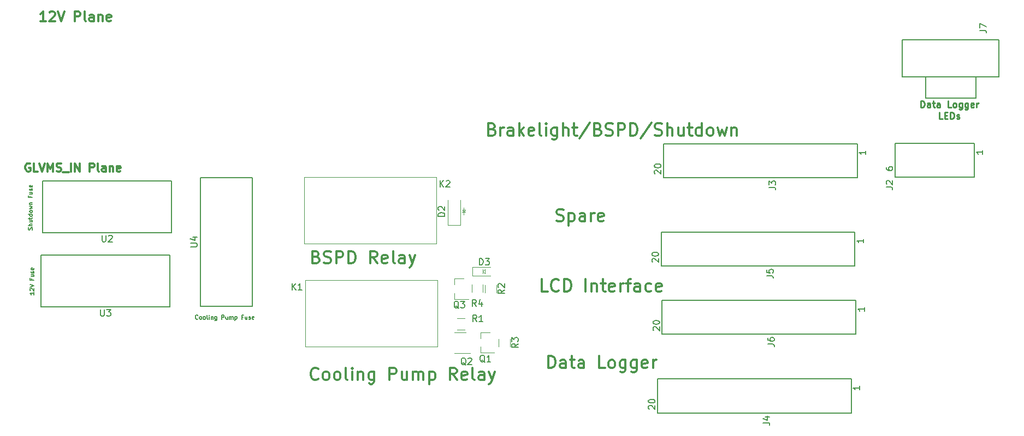
<source format=gto>
G04 #@! TF.GenerationSoftware,KiCad,Pcbnew,5.0.0-fee4fd1~66~ubuntu18.04.1*
G04 #@! TF.CreationDate,2019-02-27T20:17:09-05:00*
G04 #@! TF.ProjectId,REV 2,52455620322E6B696361645F70636200,rev?*
G04 #@! TF.SameCoordinates,Original*
G04 #@! TF.FileFunction,Legend,Top*
G04 #@! TF.FilePolarity,Positive*
%FSLAX46Y46*%
G04 Gerber Fmt 4.6, Leading zero omitted, Abs format (unit mm)*
G04 Created by KiCad (PCBNEW 5.0.0-fee4fd1~66~ubuntu18.04.1) date Wed Feb 27 20:17:09 2019*
%MOMM*%
%LPD*%
G01*
G04 APERTURE LIST*
%ADD10C,0.254000*%
%ADD11C,0.300000*%
%ADD12C,0.158750*%
%ADD13C,0.150000*%
%ADD14C,0.100000*%
%ADD15C,0.120000*%
G04 APERTURE END LIST*
D10*
X160951333Y-32577919D02*
X160951333Y-31561919D01*
X161193238Y-31561919D01*
X161338380Y-31610300D01*
X161435142Y-31707061D01*
X161483523Y-31803823D01*
X161531904Y-31997347D01*
X161531904Y-32142490D01*
X161483523Y-32336014D01*
X161435142Y-32432776D01*
X161338380Y-32529538D01*
X161193238Y-32577919D01*
X160951333Y-32577919D01*
X162402761Y-32577919D02*
X162402761Y-32045728D01*
X162354380Y-31948966D01*
X162257619Y-31900585D01*
X162064095Y-31900585D01*
X161967333Y-31948966D01*
X162402761Y-32529538D02*
X162306000Y-32577919D01*
X162064095Y-32577919D01*
X161967333Y-32529538D01*
X161918952Y-32432776D01*
X161918952Y-32336014D01*
X161967333Y-32239252D01*
X162064095Y-32190871D01*
X162306000Y-32190871D01*
X162402761Y-32142490D01*
X162741428Y-31900585D02*
X163128476Y-31900585D01*
X162886571Y-31561919D02*
X162886571Y-32432776D01*
X162934952Y-32529538D01*
X163031714Y-32577919D01*
X163128476Y-32577919D01*
X163902571Y-32577919D02*
X163902571Y-32045728D01*
X163854190Y-31948966D01*
X163757428Y-31900585D01*
X163563904Y-31900585D01*
X163467142Y-31948966D01*
X163902571Y-32529538D02*
X163805809Y-32577919D01*
X163563904Y-32577919D01*
X163467142Y-32529538D01*
X163418761Y-32432776D01*
X163418761Y-32336014D01*
X163467142Y-32239252D01*
X163563904Y-32190871D01*
X163805809Y-32190871D01*
X163902571Y-32142490D01*
X165644285Y-32577919D02*
X165160476Y-32577919D01*
X165160476Y-31561919D01*
X166128095Y-32577919D02*
X166031333Y-32529538D01*
X165982952Y-32481157D01*
X165934571Y-32384395D01*
X165934571Y-32094109D01*
X165982952Y-31997347D01*
X166031333Y-31948966D01*
X166128095Y-31900585D01*
X166273238Y-31900585D01*
X166370000Y-31948966D01*
X166418380Y-31997347D01*
X166466761Y-32094109D01*
X166466761Y-32384395D01*
X166418380Y-32481157D01*
X166370000Y-32529538D01*
X166273238Y-32577919D01*
X166128095Y-32577919D01*
X167337619Y-31900585D02*
X167337619Y-32723061D01*
X167289238Y-32819823D01*
X167240857Y-32868204D01*
X167144095Y-32916585D01*
X166998952Y-32916585D01*
X166902190Y-32868204D01*
X167337619Y-32529538D02*
X167240857Y-32577919D01*
X167047333Y-32577919D01*
X166950571Y-32529538D01*
X166902190Y-32481157D01*
X166853809Y-32384395D01*
X166853809Y-32094109D01*
X166902190Y-31997347D01*
X166950571Y-31948966D01*
X167047333Y-31900585D01*
X167240857Y-31900585D01*
X167337619Y-31948966D01*
X168256857Y-31900585D02*
X168256857Y-32723061D01*
X168208476Y-32819823D01*
X168160095Y-32868204D01*
X168063333Y-32916585D01*
X167918190Y-32916585D01*
X167821428Y-32868204D01*
X168256857Y-32529538D02*
X168160095Y-32577919D01*
X167966571Y-32577919D01*
X167869809Y-32529538D01*
X167821428Y-32481157D01*
X167773047Y-32384395D01*
X167773047Y-32094109D01*
X167821428Y-31997347D01*
X167869809Y-31948966D01*
X167966571Y-31900585D01*
X168160095Y-31900585D01*
X168256857Y-31948966D01*
X169127714Y-32529538D02*
X169030952Y-32577919D01*
X168837428Y-32577919D01*
X168740666Y-32529538D01*
X168692285Y-32432776D01*
X168692285Y-32045728D01*
X168740666Y-31948966D01*
X168837428Y-31900585D01*
X169030952Y-31900585D01*
X169127714Y-31948966D01*
X169176095Y-32045728D01*
X169176095Y-32142490D01*
X168692285Y-32239252D01*
X169611523Y-32577919D02*
X169611523Y-31900585D01*
X169611523Y-32094109D02*
X169659904Y-31997347D01*
X169708285Y-31948966D01*
X169805047Y-31900585D01*
X169901809Y-31900585D01*
X164289619Y-34355919D02*
X163805809Y-34355919D01*
X163805809Y-33339919D01*
X164628285Y-33823728D02*
X164966952Y-33823728D01*
X165112095Y-34355919D02*
X164628285Y-34355919D01*
X164628285Y-33339919D01*
X165112095Y-33339919D01*
X165547523Y-34355919D02*
X165547523Y-33339919D01*
X165789428Y-33339919D01*
X165934571Y-33388300D01*
X166031333Y-33485061D01*
X166079714Y-33581823D01*
X166128095Y-33775347D01*
X166128095Y-33920490D01*
X166079714Y-34114014D01*
X166031333Y-34210776D01*
X165934571Y-34307538D01*
X165789428Y-34355919D01*
X165547523Y-34355919D01*
X166515142Y-34307538D02*
X166611904Y-34355919D01*
X166805428Y-34355919D01*
X166902190Y-34307538D01*
X166950571Y-34210776D01*
X166950571Y-34162395D01*
X166902190Y-34065633D01*
X166805428Y-34017252D01*
X166660285Y-34017252D01*
X166563523Y-33968871D01*
X166515142Y-33872109D01*
X166515142Y-33823728D01*
X166563523Y-33726966D01*
X166660285Y-33678585D01*
X166805428Y-33678585D01*
X166902190Y-33726966D01*
D11*
X25291042Y-19169771D02*
X24433900Y-19169771D01*
X24862471Y-19169771D02*
X24862471Y-17669771D01*
X24719614Y-17884057D01*
X24576757Y-18026914D01*
X24433900Y-18098342D01*
X25862471Y-17812628D02*
X25933900Y-17741200D01*
X26076757Y-17669771D01*
X26433900Y-17669771D01*
X26576757Y-17741200D01*
X26648185Y-17812628D01*
X26719614Y-17955485D01*
X26719614Y-18098342D01*
X26648185Y-18312628D01*
X25791042Y-19169771D01*
X26719614Y-19169771D01*
X27148185Y-17669771D02*
X27648185Y-19169771D01*
X28148185Y-17669771D01*
X29791042Y-19169771D02*
X29791042Y-17669771D01*
X30362471Y-17669771D01*
X30505328Y-17741200D01*
X30576757Y-17812628D01*
X30648185Y-17955485D01*
X30648185Y-18169771D01*
X30576757Y-18312628D01*
X30505328Y-18384057D01*
X30362471Y-18455485D01*
X29791042Y-18455485D01*
X31505328Y-19169771D02*
X31362471Y-19098342D01*
X31291042Y-18955485D01*
X31291042Y-17669771D01*
X32719614Y-19169771D02*
X32719614Y-18384057D01*
X32648185Y-18241200D01*
X32505328Y-18169771D01*
X32219614Y-18169771D01*
X32076757Y-18241200D01*
X32719614Y-19098342D02*
X32576757Y-19169771D01*
X32219614Y-19169771D01*
X32076757Y-19098342D01*
X32005328Y-18955485D01*
X32005328Y-18812628D01*
X32076757Y-18669771D01*
X32219614Y-18598342D01*
X32576757Y-18598342D01*
X32719614Y-18526914D01*
X33433900Y-18169771D02*
X33433900Y-19169771D01*
X33433900Y-18312628D02*
X33505328Y-18241200D01*
X33648185Y-18169771D01*
X33862471Y-18169771D01*
X34005328Y-18241200D01*
X34076757Y-18384057D01*
X34076757Y-19169771D01*
X35362471Y-19098342D02*
X35219614Y-19169771D01*
X34933900Y-19169771D01*
X34791042Y-19098342D01*
X34719614Y-18955485D01*
X34719614Y-18384057D01*
X34791042Y-18241200D01*
X34933900Y-18169771D01*
X35219614Y-18169771D01*
X35362471Y-18241200D01*
X35433900Y-18384057D01*
X35433900Y-18526914D01*
X34719614Y-18669771D01*
X22849719Y-41325800D02*
X22728766Y-41265323D01*
X22547338Y-41265323D01*
X22365909Y-41325800D01*
X22244957Y-41446752D01*
X22184480Y-41567704D01*
X22124004Y-41809609D01*
X22124004Y-41991038D01*
X22184480Y-42232942D01*
X22244957Y-42353895D01*
X22365909Y-42474847D01*
X22547338Y-42535323D01*
X22668290Y-42535323D01*
X22849719Y-42474847D01*
X22910195Y-42414371D01*
X22910195Y-41991038D01*
X22668290Y-41991038D01*
X24059242Y-42535323D02*
X23454480Y-42535323D01*
X23454480Y-41265323D01*
X24301147Y-41265323D02*
X24724480Y-42535323D01*
X25147814Y-41265323D01*
X25571147Y-42535323D02*
X25571147Y-41265323D01*
X25994480Y-42172466D01*
X26417814Y-41265323D01*
X26417814Y-42535323D01*
X26962100Y-42474847D02*
X27143528Y-42535323D01*
X27445909Y-42535323D01*
X27566861Y-42474847D01*
X27627338Y-42414371D01*
X27687814Y-42293419D01*
X27687814Y-42172466D01*
X27627338Y-42051514D01*
X27566861Y-41991038D01*
X27445909Y-41930561D01*
X27204004Y-41870085D01*
X27083052Y-41809609D01*
X27022576Y-41749133D01*
X26962100Y-41628180D01*
X26962100Y-41507228D01*
X27022576Y-41386276D01*
X27083052Y-41325800D01*
X27204004Y-41265323D01*
X27506385Y-41265323D01*
X27687814Y-41325800D01*
X27929719Y-42656276D02*
X28897338Y-42656276D01*
X29199719Y-42535323D02*
X29199719Y-41265323D01*
X29804480Y-42535323D02*
X29804480Y-41265323D01*
X30530195Y-42535323D01*
X30530195Y-41265323D01*
X32102576Y-42535323D02*
X32102576Y-41265323D01*
X32586385Y-41265323D01*
X32707338Y-41325800D01*
X32767814Y-41386276D01*
X32828290Y-41507228D01*
X32828290Y-41688657D01*
X32767814Y-41809609D01*
X32707338Y-41870085D01*
X32586385Y-41930561D01*
X32102576Y-41930561D01*
X33554004Y-42535323D02*
X33433052Y-42474847D01*
X33372576Y-42353895D01*
X33372576Y-41265323D01*
X34582100Y-42535323D02*
X34582100Y-41870085D01*
X34521623Y-41749133D01*
X34400671Y-41688657D01*
X34158766Y-41688657D01*
X34037814Y-41749133D01*
X34582100Y-42474847D02*
X34461147Y-42535323D01*
X34158766Y-42535323D01*
X34037814Y-42474847D01*
X33977338Y-42353895D01*
X33977338Y-42232942D01*
X34037814Y-42111990D01*
X34158766Y-42051514D01*
X34461147Y-42051514D01*
X34582100Y-41991038D01*
X35186861Y-41688657D02*
X35186861Y-42535323D01*
X35186861Y-41809609D02*
X35247338Y-41749133D01*
X35368290Y-41688657D01*
X35549719Y-41688657D01*
X35670671Y-41749133D01*
X35731147Y-41870085D01*
X35731147Y-42535323D01*
X36819719Y-42474847D02*
X36698766Y-42535323D01*
X36456861Y-42535323D01*
X36335909Y-42474847D01*
X36275433Y-42353895D01*
X36275433Y-41870085D01*
X36335909Y-41749133D01*
X36456861Y-41688657D01*
X36698766Y-41688657D01*
X36819719Y-41749133D01*
X36880195Y-41870085D01*
X36880195Y-41991038D01*
X36275433Y-42111990D01*
D12*
X48877461Y-65415885D02*
X48847223Y-65446123D01*
X48756509Y-65476361D01*
X48696033Y-65476361D01*
X48605319Y-65446123D01*
X48544842Y-65385647D01*
X48514604Y-65325171D01*
X48484366Y-65204219D01*
X48484366Y-65113504D01*
X48514604Y-64992552D01*
X48544842Y-64932076D01*
X48605319Y-64871600D01*
X48696033Y-64841361D01*
X48756509Y-64841361D01*
X48847223Y-64871600D01*
X48877461Y-64901838D01*
X49240319Y-65476361D02*
X49179842Y-65446123D01*
X49149604Y-65415885D01*
X49119366Y-65355409D01*
X49119366Y-65173980D01*
X49149604Y-65113504D01*
X49179842Y-65083266D01*
X49240319Y-65053028D01*
X49331033Y-65053028D01*
X49391509Y-65083266D01*
X49421747Y-65113504D01*
X49451985Y-65173980D01*
X49451985Y-65355409D01*
X49421747Y-65415885D01*
X49391509Y-65446123D01*
X49331033Y-65476361D01*
X49240319Y-65476361D01*
X49814842Y-65476361D02*
X49754366Y-65446123D01*
X49724128Y-65415885D01*
X49693890Y-65355409D01*
X49693890Y-65173980D01*
X49724128Y-65113504D01*
X49754366Y-65083266D01*
X49814842Y-65053028D01*
X49905557Y-65053028D01*
X49966033Y-65083266D01*
X49996271Y-65113504D01*
X50026509Y-65173980D01*
X50026509Y-65355409D01*
X49996271Y-65415885D01*
X49966033Y-65446123D01*
X49905557Y-65476361D01*
X49814842Y-65476361D01*
X50389366Y-65476361D02*
X50328890Y-65446123D01*
X50298652Y-65385647D01*
X50298652Y-64841361D01*
X50631271Y-65476361D02*
X50631271Y-65053028D01*
X50631271Y-64841361D02*
X50601033Y-64871600D01*
X50631271Y-64901838D01*
X50661509Y-64871600D01*
X50631271Y-64841361D01*
X50631271Y-64901838D01*
X50933652Y-65053028D02*
X50933652Y-65476361D01*
X50933652Y-65113504D02*
X50963890Y-65083266D01*
X51024366Y-65053028D01*
X51115080Y-65053028D01*
X51175557Y-65083266D01*
X51205795Y-65143742D01*
X51205795Y-65476361D01*
X51780319Y-65053028D02*
X51780319Y-65567076D01*
X51750080Y-65627552D01*
X51719842Y-65657790D01*
X51659366Y-65688028D01*
X51568652Y-65688028D01*
X51508176Y-65657790D01*
X51780319Y-65446123D02*
X51719842Y-65476361D01*
X51598890Y-65476361D01*
X51538414Y-65446123D01*
X51508176Y-65415885D01*
X51477938Y-65355409D01*
X51477938Y-65173980D01*
X51508176Y-65113504D01*
X51538414Y-65083266D01*
X51598890Y-65053028D01*
X51719842Y-65053028D01*
X51780319Y-65083266D01*
X52566509Y-65476361D02*
X52566509Y-64841361D01*
X52808414Y-64841361D01*
X52868890Y-64871600D01*
X52899128Y-64901838D01*
X52929366Y-64962314D01*
X52929366Y-65053028D01*
X52899128Y-65113504D01*
X52868890Y-65143742D01*
X52808414Y-65173980D01*
X52566509Y-65173980D01*
X53473652Y-65053028D02*
X53473652Y-65476361D01*
X53201509Y-65053028D02*
X53201509Y-65385647D01*
X53231747Y-65446123D01*
X53292223Y-65476361D01*
X53382938Y-65476361D01*
X53443414Y-65446123D01*
X53473652Y-65415885D01*
X53776033Y-65476361D02*
X53776033Y-65053028D01*
X53776033Y-65113504D02*
X53806271Y-65083266D01*
X53866747Y-65053028D01*
X53957461Y-65053028D01*
X54017938Y-65083266D01*
X54048176Y-65143742D01*
X54048176Y-65476361D01*
X54048176Y-65143742D02*
X54078414Y-65083266D01*
X54138890Y-65053028D01*
X54229604Y-65053028D01*
X54290080Y-65083266D01*
X54320319Y-65143742D01*
X54320319Y-65476361D01*
X54622700Y-65053028D02*
X54622700Y-65688028D01*
X54622700Y-65083266D02*
X54683176Y-65053028D01*
X54804128Y-65053028D01*
X54864604Y-65083266D01*
X54894842Y-65113504D01*
X54925080Y-65173980D01*
X54925080Y-65355409D01*
X54894842Y-65415885D01*
X54864604Y-65446123D01*
X54804128Y-65476361D01*
X54683176Y-65476361D01*
X54622700Y-65446123D01*
X55892700Y-65143742D02*
X55681033Y-65143742D01*
X55681033Y-65476361D02*
X55681033Y-64841361D01*
X55983414Y-64841361D01*
X56497461Y-65053028D02*
X56497461Y-65476361D01*
X56225319Y-65053028D02*
X56225319Y-65385647D01*
X56255557Y-65446123D01*
X56316033Y-65476361D01*
X56406747Y-65476361D01*
X56467223Y-65446123D01*
X56497461Y-65415885D01*
X56769604Y-65446123D02*
X56830080Y-65476361D01*
X56951033Y-65476361D01*
X57011509Y-65446123D01*
X57041747Y-65385647D01*
X57041747Y-65355409D01*
X57011509Y-65294933D01*
X56951033Y-65264695D01*
X56860319Y-65264695D01*
X56799842Y-65234457D01*
X56769604Y-65173980D01*
X56769604Y-65143742D01*
X56799842Y-65083266D01*
X56860319Y-65053028D01*
X56951033Y-65053028D01*
X57011509Y-65083266D01*
X57555795Y-65446123D02*
X57495319Y-65476361D01*
X57374366Y-65476361D01*
X57313890Y-65446123D01*
X57283652Y-65385647D01*
X57283652Y-65143742D01*
X57313890Y-65083266D01*
X57374366Y-65053028D01*
X57495319Y-65053028D01*
X57555795Y-65083266D01*
X57586033Y-65143742D01*
X57586033Y-65204219D01*
X57283652Y-65264695D01*
X23193223Y-51595261D02*
X23223461Y-51504547D01*
X23223461Y-51353357D01*
X23193223Y-51292880D01*
X23162985Y-51262642D01*
X23102509Y-51232404D01*
X23042033Y-51232404D01*
X22981557Y-51262642D01*
X22951319Y-51292880D01*
X22921080Y-51353357D01*
X22890842Y-51474309D01*
X22860604Y-51534785D01*
X22830366Y-51565023D01*
X22769890Y-51595261D01*
X22709414Y-51595261D01*
X22648938Y-51565023D01*
X22618700Y-51534785D01*
X22588461Y-51474309D01*
X22588461Y-51323119D01*
X22618700Y-51232404D01*
X23223461Y-50960261D02*
X22588461Y-50960261D01*
X23223461Y-50688119D02*
X22890842Y-50688119D01*
X22830366Y-50718357D01*
X22800128Y-50778833D01*
X22800128Y-50869547D01*
X22830366Y-50930023D01*
X22860604Y-50960261D01*
X22800128Y-50113595D02*
X23223461Y-50113595D01*
X22800128Y-50385738D02*
X23132747Y-50385738D01*
X23193223Y-50355500D01*
X23223461Y-50295023D01*
X23223461Y-50204309D01*
X23193223Y-50143833D01*
X23162985Y-50113595D01*
X22800128Y-49901928D02*
X22800128Y-49660023D01*
X22588461Y-49811214D02*
X23132747Y-49811214D01*
X23193223Y-49780976D01*
X23223461Y-49720500D01*
X23223461Y-49660023D01*
X23223461Y-49176214D02*
X22588461Y-49176214D01*
X23193223Y-49176214D02*
X23223461Y-49236690D01*
X23223461Y-49357642D01*
X23193223Y-49418119D01*
X23162985Y-49448357D01*
X23102509Y-49478595D01*
X22921080Y-49478595D01*
X22860604Y-49448357D01*
X22830366Y-49418119D01*
X22800128Y-49357642D01*
X22800128Y-49236690D01*
X22830366Y-49176214D01*
X23223461Y-48783119D02*
X23193223Y-48843595D01*
X23162985Y-48873833D01*
X23102509Y-48904071D01*
X22921080Y-48904071D01*
X22860604Y-48873833D01*
X22830366Y-48843595D01*
X22800128Y-48783119D01*
X22800128Y-48692404D01*
X22830366Y-48631928D01*
X22860604Y-48601690D01*
X22921080Y-48571452D01*
X23102509Y-48571452D01*
X23162985Y-48601690D01*
X23193223Y-48631928D01*
X23223461Y-48692404D01*
X23223461Y-48783119D01*
X22800128Y-48359785D02*
X23223461Y-48238833D01*
X22921080Y-48117880D01*
X23223461Y-47996928D01*
X22800128Y-47875976D01*
X22800128Y-47634071D02*
X23223461Y-47634071D01*
X22860604Y-47634071D02*
X22830366Y-47603833D01*
X22800128Y-47543357D01*
X22800128Y-47452642D01*
X22830366Y-47392166D01*
X22890842Y-47361928D01*
X23223461Y-47361928D01*
X22890842Y-46364071D02*
X22890842Y-46575738D01*
X23223461Y-46575738D02*
X22588461Y-46575738D01*
X22588461Y-46273357D01*
X22800128Y-45759309D02*
X23223461Y-45759309D01*
X22800128Y-46031452D02*
X23132747Y-46031452D01*
X23193223Y-46001214D01*
X23223461Y-45940738D01*
X23223461Y-45850023D01*
X23193223Y-45789547D01*
X23162985Y-45759309D01*
X23193223Y-45487166D02*
X23223461Y-45426690D01*
X23223461Y-45305738D01*
X23193223Y-45245261D01*
X23132747Y-45215023D01*
X23102509Y-45215023D01*
X23042033Y-45245261D01*
X23011795Y-45305738D01*
X23011795Y-45396452D01*
X22981557Y-45456928D01*
X22921080Y-45487166D01*
X22890842Y-45487166D01*
X22830366Y-45456928D01*
X22800128Y-45396452D01*
X22800128Y-45305738D01*
X22830366Y-45245261D01*
X23193223Y-44700976D02*
X23223461Y-44761452D01*
X23223461Y-44882404D01*
X23193223Y-44942880D01*
X23132747Y-44973119D01*
X22890842Y-44973119D01*
X22830366Y-44942880D01*
X22800128Y-44882404D01*
X22800128Y-44761452D01*
X22830366Y-44700976D01*
X22890842Y-44670738D01*
X22951319Y-44670738D01*
X23011795Y-44973119D01*
X23477461Y-61299271D02*
X23477461Y-61662128D01*
X23477461Y-61480700D02*
X22842461Y-61480700D01*
X22933176Y-61541176D01*
X22993652Y-61601652D01*
X23023890Y-61662128D01*
X22902938Y-61057366D02*
X22872700Y-61027128D01*
X22842461Y-60966652D01*
X22842461Y-60815461D01*
X22872700Y-60754985D01*
X22902938Y-60724747D01*
X22963414Y-60694509D01*
X23023890Y-60694509D01*
X23114604Y-60724747D01*
X23477461Y-61087604D01*
X23477461Y-60694509D01*
X22842461Y-60513080D02*
X23477461Y-60301414D01*
X22842461Y-60089747D01*
X23144842Y-59182604D02*
X23144842Y-59394271D01*
X23477461Y-59394271D02*
X22842461Y-59394271D01*
X22842461Y-59091890D01*
X23054128Y-58577842D02*
X23477461Y-58577842D01*
X23054128Y-58849985D02*
X23386747Y-58849985D01*
X23447223Y-58819747D01*
X23477461Y-58759271D01*
X23477461Y-58668557D01*
X23447223Y-58608080D01*
X23416985Y-58577842D01*
X23447223Y-58305700D02*
X23477461Y-58245223D01*
X23477461Y-58124271D01*
X23447223Y-58063795D01*
X23386747Y-58033557D01*
X23356509Y-58033557D01*
X23296033Y-58063795D01*
X23265795Y-58124271D01*
X23265795Y-58214985D01*
X23235557Y-58275461D01*
X23175080Y-58305700D01*
X23144842Y-58305700D01*
X23084366Y-58275461D01*
X23054128Y-58214985D01*
X23054128Y-58124271D01*
X23084366Y-58063795D01*
X23447223Y-57519509D02*
X23477461Y-57579985D01*
X23477461Y-57700938D01*
X23447223Y-57761414D01*
X23386747Y-57791652D01*
X23144842Y-57791652D01*
X23084366Y-57761414D01*
X23054128Y-57700938D01*
X23054128Y-57579985D01*
X23084366Y-57519509D01*
X23144842Y-57489271D01*
X23205319Y-57489271D01*
X23265795Y-57791652D01*
D11*
X67518642Y-74734057D02*
X67427928Y-74824771D01*
X67155785Y-74915485D01*
X66974357Y-74915485D01*
X66702214Y-74824771D01*
X66520785Y-74643342D01*
X66430071Y-74461914D01*
X66339357Y-74099057D01*
X66339357Y-73826914D01*
X66430071Y-73464057D01*
X66520785Y-73282628D01*
X66702214Y-73101200D01*
X66974357Y-73010485D01*
X67155785Y-73010485D01*
X67427928Y-73101200D01*
X67518642Y-73191914D01*
X68607214Y-74915485D02*
X68425785Y-74824771D01*
X68335071Y-74734057D01*
X68244357Y-74552628D01*
X68244357Y-74008342D01*
X68335071Y-73826914D01*
X68425785Y-73736200D01*
X68607214Y-73645485D01*
X68879357Y-73645485D01*
X69060785Y-73736200D01*
X69151500Y-73826914D01*
X69242214Y-74008342D01*
X69242214Y-74552628D01*
X69151500Y-74734057D01*
X69060785Y-74824771D01*
X68879357Y-74915485D01*
X68607214Y-74915485D01*
X70330785Y-74915485D02*
X70149357Y-74824771D01*
X70058642Y-74734057D01*
X69967928Y-74552628D01*
X69967928Y-74008342D01*
X70058642Y-73826914D01*
X70149357Y-73736200D01*
X70330785Y-73645485D01*
X70602928Y-73645485D01*
X70784357Y-73736200D01*
X70875071Y-73826914D01*
X70965785Y-74008342D01*
X70965785Y-74552628D01*
X70875071Y-74734057D01*
X70784357Y-74824771D01*
X70602928Y-74915485D01*
X70330785Y-74915485D01*
X72054357Y-74915485D02*
X71872928Y-74824771D01*
X71782214Y-74643342D01*
X71782214Y-73010485D01*
X72780071Y-74915485D02*
X72780071Y-73645485D01*
X72780071Y-73010485D02*
X72689357Y-73101200D01*
X72780071Y-73191914D01*
X72870785Y-73101200D01*
X72780071Y-73010485D01*
X72780071Y-73191914D01*
X73687214Y-73645485D02*
X73687214Y-74915485D01*
X73687214Y-73826914D02*
X73777928Y-73736200D01*
X73959357Y-73645485D01*
X74231500Y-73645485D01*
X74412928Y-73736200D01*
X74503642Y-73917628D01*
X74503642Y-74915485D01*
X76227214Y-73645485D02*
X76227214Y-75187628D01*
X76136500Y-75369057D01*
X76045785Y-75459771D01*
X75864357Y-75550485D01*
X75592214Y-75550485D01*
X75410785Y-75459771D01*
X76227214Y-74824771D02*
X76045785Y-74915485D01*
X75682928Y-74915485D01*
X75501500Y-74824771D01*
X75410785Y-74734057D01*
X75320071Y-74552628D01*
X75320071Y-74008342D01*
X75410785Y-73826914D01*
X75501500Y-73736200D01*
X75682928Y-73645485D01*
X76045785Y-73645485D01*
X76227214Y-73736200D01*
X78585785Y-74915485D02*
X78585785Y-73010485D01*
X79311500Y-73010485D01*
X79492928Y-73101200D01*
X79583642Y-73191914D01*
X79674357Y-73373342D01*
X79674357Y-73645485D01*
X79583642Y-73826914D01*
X79492928Y-73917628D01*
X79311500Y-74008342D01*
X78585785Y-74008342D01*
X81307214Y-73645485D02*
X81307214Y-74915485D01*
X80490785Y-73645485D02*
X80490785Y-74643342D01*
X80581500Y-74824771D01*
X80762928Y-74915485D01*
X81035071Y-74915485D01*
X81216500Y-74824771D01*
X81307214Y-74734057D01*
X82214357Y-74915485D02*
X82214357Y-73645485D01*
X82214357Y-73826914D02*
X82305071Y-73736200D01*
X82486500Y-73645485D01*
X82758642Y-73645485D01*
X82940071Y-73736200D01*
X83030785Y-73917628D01*
X83030785Y-74915485D01*
X83030785Y-73917628D02*
X83121500Y-73736200D01*
X83302928Y-73645485D01*
X83575071Y-73645485D01*
X83756500Y-73736200D01*
X83847214Y-73917628D01*
X83847214Y-74915485D01*
X84754357Y-73645485D02*
X84754357Y-75550485D01*
X84754357Y-73736200D02*
X84935785Y-73645485D01*
X85298642Y-73645485D01*
X85480071Y-73736200D01*
X85570785Y-73826914D01*
X85661500Y-74008342D01*
X85661500Y-74552628D01*
X85570785Y-74734057D01*
X85480071Y-74824771D01*
X85298642Y-74915485D01*
X84935785Y-74915485D01*
X84754357Y-74824771D01*
X89017928Y-74915485D02*
X88382928Y-74008342D01*
X87929357Y-74915485D02*
X87929357Y-73010485D01*
X88655071Y-73010485D01*
X88836500Y-73101200D01*
X88927214Y-73191914D01*
X89017928Y-73373342D01*
X89017928Y-73645485D01*
X88927214Y-73826914D01*
X88836500Y-73917628D01*
X88655071Y-74008342D01*
X87929357Y-74008342D01*
X90560071Y-74824771D02*
X90378642Y-74915485D01*
X90015785Y-74915485D01*
X89834357Y-74824771D01*
X89743642Y-74643342D01*
X89743642Y-73917628D01*
X89834357Y-73736200D01*
X90015785Y-73645485D01*
X90378642Y-73645485D01*
X90560071Y-73736200D01*
X90650785Y-73917628D01*
X90650785Y-74099057D01*
X89743642Y-74280485D01*
X91739357Y-74915485D02*
X91557928Y-74824771D01*
X91467214Y-74643342D01*
X91467214Y-73010485D01*
X93281500Y-74915485D02*
X93281500Y-73917628D01*
X93190785Y-73736200D01*
X93009357Y-73645485D01*
X92646500Y-73645485D01*
X92465071Y-73736200D01*
X93281500Y-74824771D02*
X93100071Y-74915485D01*
X92646500Y-74915485D01*
X92465071Y-74824771D01*
X92374357Y-74643342D01*
X92374357Y-74461914D01*
X92465071Y-74280485D01*
X92646500Y-74189771D01*
X93100071Y-74189771D01*
X93281500Y-74099057D01*
X94007214Y-73645485D02*
X94460785Y-74915485D01*
X94914357Y-73645485D02*
X94460785Y-74915485D01*
X94279357Y-75369057D01*
X94188642Y-75459771D01*
X94007214Y-75550485D01*
X67228357Y-55794728D02*
X67500500Y-55885442D01*
X67591214Y-55976157D01*
X67681928Y-56157585D01*
X67681928Y-56429728D01*
X67591214Y-56611157D01*
X67500500Y-56701871D01*
X67319071Y-56792585D01*
X66593357Y-56792585D01*
X66593357Y-54887585D01*
X67228357Y-54887585D01*
X67409785Y-54978300D01*
X67500500Y-55069014D01*
X67591214Y-55250442D01*
X67591214Y-55431871D01*
X67500500Y-55613300D01*
X67409785Y-55704014D01*
X67228357Y-55794728D01*
X66593357Y-55794728D01*
X68407642Y-56701871D02*
X68679785Y-56792585D01*
X69133357Y-56792585D01*
X69314785Y-56701871D01*
X69405500Y-56611157D01*
X69496214Y-56429728D01*
X69496214Y-56248300D01*
X69405500Y-56066871D01*
X69314785Y-55976157D01*
X69133357Y-55885442D01*
X68770500Y-55794728D01*
X68589071Y-55704014D01*
X68498357Y-55613300D01*
X68407642Y-55431871D01*
X68407642Y-55250442D01*
X68498357Y-55069014D01*
X68589071Y-54978300D01*
X68770500Y-54887585D01*
X69224071Y-54887585D01*
X69496214Y-54978300D01*
X70312642Y-56792585D02*
X70312642Y-54887585D01*
X71038357Y-54887585D01*
X71219785Y-54978300D01*
X71310500Y-55069014D01*
X71401214Y-55250442D01*
X71401214Y-55522585D01*
X71310500Y-55704014D01*
X71219785Y-55794728D01*
X71038357Y-55885442D01*
X70312642Y-55885442D01*
X72217642Y-56792585D02*
X72217642Y-54887585D01*
X72671214Y-54887585D01*
X72943357Y-54978300D01*
X73124785Y-55159728D01*
X73215500Y-55341157D01*
X73306214Y-55704014D01*
X73306214Y-55976157D01*
X73215500Y-56339014D01*
X73124785Y-56520442D01*
X72943357Y-56701871D01*
X72671214Y-56792585D01*
X72217642Y-56792585D01*
X76662642Y-56792585D02*
X76027642Y-55885442D01*
X75574071Y-56792585D02*
X75574071Y-54887585D01*
X76299785Y-54887585D01*
X76481214Y-54978300D01*
X76571928Y-55069014D01*
X76662642Y-55250442D01*
X76662642Y-55522585D01*
X76571928Y-55704014D01*
X76481214Y-55794728D01*
X76299785Y-55885442D01*
X75574071Y-55885442D01*
X78204785Y-56701871D02*
X78023357Y-56792585D01*
X77660500Y-56792585D01*
X77479071Y-56701871D01*
X77388357Y-56520442D01*
X77388357Y-55794728D01*
X77479071Y-55613300D01*
X77660500Y-55522585D01*
X78023357Y-55522585D01*
X78204785Y-55613300D01*
X78295500Y-55794728D01*
X78295500Y-55976157D01*
X77388357Y-56157585D01*
X79384071Y-56792585D02*
X79202642Y-56701871D01*
X79111928Y-56520442D01*
X79111928Y-54887585D01*
X80926214Y-56792585D02*
X80926214Y-55794728D01*
X80835500Y-55613300D01*
X80654071Y-55522585D01*
X80291214Y-55522585D01*
X80109785Y-55613300D01*
X80926214Y-56701871D02*
X80744785Y-56792585D01*
X80291214Y-56792585D01*
X80109785Y-56701871D01*
X80019071Y-56520442D01*
X80019071Y-56339014D01*
X80109785Y-56157585D01*
X80291214Y-56066871D01*
X80744785Y-56066871D01*
X80926214Y-55976157D01*
X81651928Y-55522585D02*
X82105500Y-56792585D01*
X82559071Y-55522585D02*
X82105500Y-56792585D01*
X81924071Y-57246157D01*
X81833357Y-57336871D01*
X81651928Y-57427585D01*
X103187500Y-73086685D02*
X103187500Y-71181685D01*
X103641071Y-71181685D01*
X103913214Y-71272400D01*
X104094642Y-71453828D01*
X104185357Y-71635257D01*
X104276071Y-71998114D01*
X104276071Y-72270257D01*
X104185357Y-72633114D01*
X104094642Y-72814542D01*
X103913214Y-72995971D01*
X103641071Y-73086685D01*
X103187500Y-73086685D01*
X105908928Y-73086685D02*
X105908928Y-72088828D01*
X105818214Y-71907400D01*
X105636785Y-71816685D01*
X105273928Y-71816685D01*
X105092500Y-71907400D01*
X105908928Y-72995971D02*
X105727500Y-73086685D01*
X105273928Y-73086685D01*
X105092500Y-72995971D01*
X105001785Y-72814542D01*
X105001785Y-72633114D01*
X105092500Y-72451685D01*
X105273928Y-72360971D01*
X105727500Y-72360971D01*
X105908928Y-72270257D01*
X106543928Y-71816685D02*
X107269642Y-71816685D01*
X106816071Y-71181685D02*
X106816071Y-72814542D01*
X106906785Y-72995971D01*
X107088214Y-73086685D01*
X107269642Y-73086685D01*
X108721071Y-73086685D02*
X108721071Y-72088828D01*
X108630357Y-71907400D01*
X108448928Y-71816685D01*
X108086071Y-71816685D01*
X107904642Y-71907400D01*
X108721071Y-72995971D02*
X108539642Y-73086685D01*
X108086071Y-73086685D01*
X107904642Y-72995971D01*
X107813928Y-72814542D01*
X107813928Y-72633114D01*
X107904642Y-72451685D01*
X108086071Y-72360971D01*
X108539642Y-72360971D01*
X108721071Y-72270257D01*
X111986785Y-73086685D02*
X111079642Y-73086685D01*
X111079642Y-71181685D01*
X112893928Y-73086685D02*
X112712500Y-72995971D01*
X112621785Y-72905257D01*
X112531071Y-72723828D01*
X112531071Y-72179542D01*
X112621785Y-71998114D01*
X112712500Y-71907400D01*
X112893928Y-71816685D01*
X113166071Y-71816685D01*
X113347500Y-71907400D01*
X113438214Y-71998114D01*
X113528928Y-72179542D01*
X113528928Y-72723828D01*
X113438214Y-72905257D01*
X113347500Y-72995971D01*
X113166071Y-73086685D01*
X112893928Y-73086685D01*
X115161785Y-71816685D02*
X115161785Y-73358828D01*
X115071071Y-73540257D01*
X114980357Y-73630971D01*
X114798928Y-73721685D01*
X114526785Y-73721685D01*
X114345357Y-73630971D01*
X115161785Y-72995971D02*
X114980357Y-73086685D01*
X114617500Y-73086685D01*
X114436071Y-72995971D01*
X114345357Y-72905257D01*
X114254642Y-72723828D01*
X114254642Y-72179542D01*
X114345357Y-71998114D01*
X114436071Y-71907400D01*
X114617500Y-71816685D01*
X114980357Y-71816685D01*
X115161785Y-71907400D01*
X116885357Y-71816685D02*
X116885357Y-73358828D01*
X116794642Y-73540257D01*
X116703928Y-73630971D01*
X116522500Y-73721685D01*
X116250357Y-73721685D01*
X116068928Y-73630971D01*
X116885357Y-72995971D02*
X116703928Y-73086685D01*
X116341071Y-73086685D01*
X116159642Y-72995971D01*
X116068928Y-72905257D01*
X115978214Y-72723828D01*
X115978214Y-72179542D01*
X116068928Y-71998114D01*
X116159642Y-71907400D01*
X116341071Y-71816685D01*
X116703928Y-71816685D01*
X116885357Y-71907400D01*
X118518214Y-72995971D02*
X118336785Y-73086685D01*
X117973928Y-73086685D01*
X117792500Y-72995971D01*
X117701785Y-72814542D01*
X117701785Y-72088828D01*
X117792500Y-71907400D01*
X117973928Y-71816685D01*
X118336785Y-71816685D01*
X118518214Y-71907400D01*
X118608928Y-72088828D01*
X118608928Y-72270257D01*
X117701785Y-72451685D01*
X119425357Y-73086685D02*
X119425357Y-71816685D01*
X119425357Y-72179542D02*
X119516071Y-71998114D01*
X119606785Y-71907400D01*
X119788214Y-71816685D01*
X119969642Y-71816685D01*
X103096785Y-61174085D02*
X102189642Y-61174085D01*
X102189642Y-59269085D01*
X104820357Y-60992657D02*
X104729642Y-61083371D01*
X104457500Y-61174085D01*
X104276071Y-61174085D01*
X104003928Y-61083371D01*
X103822500Y-60901942D01*
X103731785Y-60720514D01*
X103641071Y-60357657D01*
X103641071Y-60085514D01*
X103731785Y-59722657D01*
X103822500Y-59541228D01*
X104003928Y-59359800D01*
X104276071Y-59269085D01*
X104457500Y-59269085D01*
X104729642Y-59359800D01*
X104820357Y-59450514D01*
X105636785Y-61174085D02*
X105636785Y-59269085D01*
X106090357Y-59269085D01*
X106362500Y-59359800D01*
X106543928Y-59541228D01*
X106634642Y-59722657D01*
X106725357Y-60085514D01*
X106725357Y-60357657D01*
X106634642Y-60720514D01*
X106543928Y-60901942D01*
X106362500Y-61083371D01*
X106090357Y-61174085D01*
X105636785Y-61174085D01*
X108993214Y-61174085D02*
X108993214Y-59269085D01*
X109900357Y-59904085D02*
X109900357Y-61174085D01*
X109900357Y-60085514D02*
X109991071Y-59994800D01*
X110172500Y-59904085D01*
X110444642Y-59904085D01*
X110626071Y-59994800D01*
X110716785Y-60176228D01*
X110716785Y-61174085D01*
X111351785Y-59904085D02*
X112077500Y-59904085D01*
X111623928Y-59269085D02*
X111623928Y-60901942D01*
X111714642Y-61083371D01*
X111896071Y-61174085D01*
X112077500Y-61174085D01*
X113438214Y-61083371D02*
X113256785Y-61174085D01*
X112893928Y-61174085D01*
X112712500Y-61083371D01*
X112621785Y-60901942D01*
X112621785Y-60176228D01*
X112712500Y-59994800D01*
X112893928Y-59904085D01*
X113256785Y-59904085D01*
X113438214Y-59994800D01*
X113528928Y-60176228D01*
X113528928Y-60357657D01*
X112621785Y-60539085D01*
X114345357Y-61174085D02*
X114345357Y-59904085D01*
X114345357Y-60266942D02*
X114436071Y-60085514D01*
X114526785Y-59994800D01*
X114708214Y-59904085D01*
X114889642Y-59904085D01*
X115252500Y-59904085D02*
X115978214Y-59904085D01*
X115524642Y-61174085D02*
X115524642Y-59541228D01*
X115615357Y-59359800D01*
X115796785Y-59269085D01*
X115978214Y-59269085D01*
X117429642Y-61174085D02*
X117429642Y-60176228D01*
X117338928Y-59994800D01*
X117157500Y-59904085D01*
X116794642Y-59904085D01*
X116613214Y-59994800D01*
X117429642Y-61083371D02*
X117248214Y-61174085D01*
X116794642Y-61174085D01*
X116613214Y-61083371D01*
X116522500Y-60901942D01*
X116522500Y-60720514D01*
X116613214Y-60539085D01*
X116794642Y-60448371D01*
X117248214Y-60448371D01*
X117429642Y-60357657D01*
X119153214Y-61083371D02*
X118971785Y-61174085D01*
X118608928Y-61174085D01*
X118427500Y-61083371D01*
X118336785Y-60992657D01*
X118246071Y-60811228D01*
X118246071Y-60266942D01*
X118336785Y-60085514D01*
X118427500Y-59994800D01*
X118608928Y-59904085D01*
X118971785Y-59904085D01*
X119153214Y-59994800D01*
X120695357Y-61083371D02*
X120513928Y-61174085D01*
X120151071Y-61174085D01*
X119969642Y-61083371D01*
X119878928Y-60901942D01*
X119878928Y-60176228D01*
X119969642Y-59994800D01*
X120151071Y-59904085D01*
X120513928Y-59904085D01*
X120695357Y-59994800D01*
X120786071Y-60176228D01*
X120786071Y-60357657D01*
X119878928Y-60539085D01*
X104466571Y-50186771D02*
X104738714Y-50277485D01*
X105192285Y-50277485D01*
X105373714Y-50186771D01*
X105464428Y-50096057D01*
X105555142Y-49914628D01*
X105555142Y-49733200D01*
X105464428Y-49551771D01*
X105373714Y-49461057D01*
X105192285Y-49370342D01*
X104829428Y-49279628D01*
X104648000Y-49188914D01*
X104557285Y-49098200D01*
X104466571Y-48916771D01*
X104466571Y-48735342D01*
X104557285Y-48553914D01*
X104648000Y-48463200D01*
X104829428Y-48372485D01*
X105283000Y-48372485D01*
X105555142Y-48463200D01*
X106371571Y-49007485D02*
X106371571Y-50912485D01*
X106371571Y-49098200D02*
X106553000Y-49007485D01*
X106915857Y-49007485D01*
X107097285Y-49098200D01*
X107188000Y-49188914D01*
X107278714Y-49370342D01*
X107278714Y-49914628D01*
X107188000Y-50096057D01*
X107097285Y-50186771D01*
X106915857Y-50277485D01*
X106553000Y-50277485D01*
X106371571Y-50186771D01*
X108911571Y-50277485D02*
X108911571Y-49279628D01*
X108820857Y-49098200D01*
X108639428Y-49007485D01*
X108276571Y-49007485D01*
X108095142Y-49098200D01*
X108911571Y-50186771D02*
X108730142Y-50277485D01*
X108276571Y-50277485D01*
X108095142Y-50186771D01*
X108004428Y-50005342D01*
X108004428Y-49823914D01*
X108095142Y-49642485D01*
X108276571Y-49551771D01*
X108730142Y-49551771D01*
X108911571Y-49461057D01*
X109818714Y-50277485D02*
X109818714Y-49007485D01*
X109818714Y-49370342D02*
X109909428Y-49188914D01*
X110000142Y-49098200D01*
X110181571Y-49007485D01*
X110363000Y-49007485D01*
X111723714Y-50186771D02*
X111542285Y-50277485D01*
X111179428Y-50277485D01*
X110998000Y-50186771D01*
X110907285Y-50005342D01*
X110907285Y-49279628D01*
X110998000Y-49098200D01*
X111179428Y-49007485D01*
X111542285Y-49007485D01*
X111723714Y-49098200D01*
X111814428Y-49279628D01*
X111814428Y-49461057D01*
X110907285Y-49642485D01*
X94502514Y-35970028D02*
X94774657Y-36060742D01*
X94865371Y-36151457D01*
X94956085Y-36332885D01*
X94956085Y-36605028D01*
X94865371Y-36786457D01*
X94774657Y-36877171D01*
X94593228Y-36967885D01*
X93867514Y-36967885D01*
X93867514Y-35062885D01*
X94502514Y-35062885D01*
X94683942Y-35153600D01*
X94774657Y-35244314D01*
X94865371Y-35425742D01*
X94865371Y-35607171D01*
X94774657Y-35788600D01*
X94683942Y-35879314D01*
X94502514Y-35970028D01*
X93867514Y-35970028D01*
X95772514Y-36967885D02*
X95772514Y-35697885D01*
X95772514Y-36060742D02*
X95863228Y-35879314D01*
X95953942Y-35788600D01*
X96135371Y-35697885D01*
X96316800Y-35697885D01*
X97768228Y-36967885D02*
X97768228Y-35970028D01*
X97677514Y-35788600D01*
X97496085Y-35697885D01*
X97133228Y-35697885D01*
X96951800Y-35788600D01*
X97768228Y-36877171D02*
X97586800Y-36967885D01*
X97133228Y-36967885D01*
X96951800Y-36877171D01*
X96861085Y-36695742D01*
X96861085Y-36514314D01*
X96951800Y-36332885D01*
X97133228Y-36242171D01*
X97586800Y-36242171D01*
X97768228Y-36151457D01*
X98675371Y-36967885D02*
X98675371Y-35062885D01*
X98856800Y-36242171D02*
X99401085Y-36967885D01*
X99401085Y-35697885D02*
X98675371Y-36423600D01*
X100943228Y-36877171D02*
X100761800Y-36967885D01*
X100398942Y-36967885D01*
X100217514Y-36877171D01*
X100126800Y-36695742D01*
X100126800Y-35970028D01*
X100217514Y-35788600D01*
X100398942Y-35697885D01*
X100761800Y-35697885D01*
X100943228Y-35788600D01*
X101033942Y-35970028D01*
X101033942Y-36151457D01*
X100126800Y-36332885D01*
X102122514Y-36967885D02*
X101941085Y-36877171D01*
X101850371Y-36695742D01*
X101850371Y-35062885D01*
X102848228Y-36967885D02*
X102848228Y-35697885D01*
X102848228Y-35062885D02*
X102757514Y-35153600D01*
X102848228Y-35244314D01*
X102938942Y-35153600D01*
X102848228Y-35062885D01*
X102848228Y-35244314D01*
X104571800Y-35697885D02*
X104571800Y-37240028D01*
X104481085Y-37421457D01*
X104390371Y-37512171D01*
X104208942Y-37602885D01*
X103936800Y-37602885D01*
X103755371Y-37512171D01*
X104571800Y-36877171D02*
X104390371Y-36967885D01*
X104027514Y-36967885D01*
X103846085Y-36877171D01*
X103755371Y-36786457D01*
X103664657Y-36605028D01*
X103664657Y-36060742D01*
X103755371Y-35879314D01*
X103846085Y-35788600D01*
X104027514Y-35697885D01*
X104390371Y-35697885D01*
X104571800Y-35788600D01*
X105478942Y-36967885D02*
X105478942Y-35062885D01*
X106295371Y-36967885D02*
X106295371Y-35970028D01*
X106204657Y-35788600D01*
X106023228Y-35697885D01*
X105751085Y-35697885D01*
X105569657Y-35788600D01*
X105478942Y-35879314D01*
X106930371Y-35697885D02*
X107656085Y-35697885D01*
X107202514Y-35062885D02*
X107202514Y-36695742D01*
X107293228Y-36877171D01*
X107474657Y-36967885D01*
X107656085Y-36967885D01*
X109651800Y-34972171D02*
X108018942Y-37421457D01*
X110921800Y-35970028D02*
X111193942Y-36060742D01*
X111284657Y-36151457D01*
X111375371Y-36332885D01*
X111375371Y-36605028D01*
X111284657Y-36786457D01*
X111193942Y-36877171D01*
X111012514Y-36967885D01*
X110286800Y-36967885D01*
X110286800Y-35062885D01*
X110921800Y-35062885D01*
X111103228Y-35153600D01*
X111193942Y-35244314D01*
X111284657Y-35425742D01*
X111284657Y-35607171D01*
X111193942Y-35788600D01*
X111103228Y-35879314D01*
X110921800Y-35970028D01*
X110286800Y-35970028D01*
X112101085Y-36877171D02*
X112373228Y-36967885D01*
X112826800Y-36967885D01*
X113008228Y-36877171D01*
X113098942Y-36786457D01*
X113189657Y-36605028D01*
X113189657Y-36423600D01*
X113098942Y-36242171D01*
X113008228Y-36151457D01*
X112826800Y-36060742D01*
X112463942Y-35970028D01*
X112282514Y-35879314D01*
X112191800Y-35788600D01*
X112101085Y-35607171D01*
X112101085Y-35425742D01*
X112191800Y-35244314D01*
X112282514Y-35153600D01*
X112463942Y-35062885D01*
X112917514Y-35062885D01*
X113189657Y-35153600D01*
X114006085Y-36967885D02*
X114006085Y-35062885D01*
X114731799Y-35062885D01*
X114913228Y-35153600D01*
X115003942Y-35244314D01*
X115094657Y-35425742D01*
X115094657Y-35697885D01*
X115003942Y-35879314D01*
X114913228Y-35970028D01*
X114731799Y-36060742D01*
X114006085Y-36060742D01*
X115911085Y-36967885D02*
X115911085Y-35062885D01*
X116364657Y-35062885D01*
X116636799Y-35153600D01*
X116818228Y-35335028D01*
X116908942Y-35516457D01*
X116999657Y-35879314D01*
X116999657Y-36151457D01*
X116908942Y-36514314D01*
X116818228Y-36695742D01*
X116636799Y-36877171D01*
X116364657Y-36967885D01*
X115911085Y-36967885D01*
X119176799Y-34972171D02*
X117543942Y-37421457D01*
X119721085Y-36877171D02*
X119993228Y-36967885D01*
X120446799Y-36967885D01*
X120628228Y-36877171D01*
X120718942Y-36786457D01*
X120809657Y-36605028D01*
X120809657Y-36423600D01*
X120718942Y-36242171D01*
X120628228Y-36151457D01*
X120446799Y-36060742D01*
X120083942Y-35970028D01*
X119902514Y-35879314D01*
X119811799Y-35788600D01*
X119721085Y-35607171D01*
X119721085Y-35425742D01*
X119811799Y-35244314D01*
X119902514Y-35153600D01*
X120083942Y-35062885D01*
X120537514Y-35062885D01*
X120809657Y-35153600D01*
X121626085Y-36967885D02*
X121626085Y-35062885D01*
X122442514Y-36967885D02*
X122442514Y-35970028D01*
X122351799Y-35788600D01*
X122170371Y-35697885D01*
X121898228Y-35697885D01*
X121716799Y-35788600D01*
X121626085Y-35879314D01*
X124166085Y-35697885D02*
X124166085Y-36967885D01*
X123349657Y-35697885D02*
X123349657Y-36695742D01*
X123440371Y-36877171D01*
X123621799Y-36967885D01*
X123893942Y-36967885D01*
X124075371Y-36877171D01*
X124166085Y-36786457D01*
X124801085Y-35697885D02*
X125526799Y-35697885D01*
X125073228Y-35062885D02*
X125073228Y-36695742D01*
X125163942Y-36877171D01*
X125345371Y-36967885D01*
X125526799Y-36967885D01*
X126978228Y-36967885D02*
X126978228Y-35062885D01*
X126978228Y-36877171D02*
X126796799Y-36967885D01*
X126433942Y-36967885D01*
X126252514Y-36877171D01*
X126161799Y-36786457D01*
X126071085Y-36605028D01*
X126071085Y-36060742D01*
X126161799Y-35879314D01*
X126252514Y-35788600D01*
X126433942Y-35697885D01*
X126796799Y-35697885D01*
X126978228Y-35788600D01*
X128157514Y-36967885D02*
X127976085Y-36877171D01*
X127885371Y-36786457D01*
X127794657Y-36605028D01*
X127794657Y-36060742D01*
X127885371Y-35879314D01*
X127976085Y-35788600D01*
X128157514Y-35697885D01*
X128429657Y-35697885D01*
X128611085Y-35788600D01*
X128701799Y-35879314D01*
X128792514Y-36060742D01*
X128792514Y-36605028D01*
X128701799Y-36786457D01*
X128611085Y-36877171D01*
X128429657Y-36967885D01*
X128157514Y-36967885D01*
X129427514Y-35697885D02*
X129790371Y-36967885D01*
X130153228Y-36060742D01*
X130516085Y-36967885D01*
X130878942Y-35697885D01*
X131604657Y-35697885D02*
X131604657Y-36967885D01*
X131604657Y-35879314D02*
X131695371Y-35788600D01*
X131876799Y-35697885D01*
X132148942Y-35697885D01*
X132330371Y-35788600D01*
X132421085Y-35970028D01*
X132421085Y-36967885D01*
D13*
G04 #@! TO.C,J3*
X121069960Y-38214380D02*
X121069960Y-43514380D01*
X151079960Y-38214380D02*
X151079960Y-43514380D01*
X121069960Y-38214380D02*
X151079960Y-38214380D01*
X121069960Y-43514380D02*
X151079960Y-43514380D01*
G04 #@! TO.C,J2*
X156991100Y-38155100D02*
X156991100Y-43455100D01*
X169221100Y-38155100D02*
X169221100Y-43455100D01*
X156991100Y-38155100D02*
X169221100Y-38155100D01*
X156991100Y-43455100D02*
X169221100Y-43455100D01*
G04 #@! TO.C,U4*
X49294280Y-53474620D02*
X49294280Y-63474620D01*
X49294280Y-63474620D02*
X57294280Y-63474620D01*
X57294280Y-63474620D02*
X57294280Y-43474620D01*
X57294280Y-43474620D02*
X49294280Y-43474620D01*
X49294280Y-43474620D02*
X49294280Y-52474620D01*
X49294280Y-52474620D02*
X49294280Y-53474620D01*
D14*
G04 #@! TO.C,D2*
X90087580Y-48535920D02*
X90087580Y-48135920D01*
X90087580Y-48835920D02*
X89887580Y-48535920D01*
X89887580Y-48535920D02*
X90287580Y-48535920D01*
X90287580Y-48535920D02*
X90087580Y-48835920D01*
X90087580Y-49235920D02*
X90087580Y-48835920D01*
X90087580Y-48835920D02*
X89837580Y-48835920D01*
X89837580Y-48835920D02*
X90337580Y-48835920D01*
D15*
X87587580Y-50835920D02*
X89587580Y-50835920D01*
X89587580Y-50835920D02*
X89587580Y-46985920D01*
X87587580Y-50835920D02*
X87587580Y-46985920D01*
G04 #@! TO.C,D3*
X91456100Y-57361860D02*
X94256100Y-57361860D01*
X91456100Y-58761860D02*
X94256100Y-58761860D01*
X91456100Y-57361860D02*
X91456100Y-58761860D01*
D14*
X93056100Y-58061860D02*
X93356100Y-57761860D01*
X93356100Y-57761860D02*
X93406100Y-57711860D01*
X93406100Y-57711860D02*
X93406100Y-58361860D01*
X93406100Y-58411860D02*
X93406100Y-58361860D01*
X93406100Y-58361860D02*
X93406100Y-58411860D01*
X93406100Y-58411860D02*
X93056100Y-58061860D01*
X93056100Y-58061860D02*
X93056100Y-57711860D01*
X93056100Y-58411860D02*
X93056100Y-58061860D01*
D13*
G04 #@! TO.C,J4*
X120148400Y-80069200D02*
X150158400Y-80069200D01*
X120148400Y-74769200D02*
X150158400Y-74769200D01*
X150158400Y-74769200D02*
X150158400Y-80069200D01*
X120148400Y-74769200D02*
X120148400Y-80069200D01*
G04 #@! TO.C,J5*
X120694500Y-51934600D02*
X120694500Y-57234600D01*
X150704500Y-51934600D02*
X150704500Y-57234600D01*
X120694500Y-51934600D02*
X150704500Y-51934600D01*
X120694500Y-57234600D02*
X150704500Y-57234600D01*
G04 #@! TO.C,J6*
X120846900Y-67839100D02*
X150856900Y-67839100D01*
X120846900Y-62539100D02*
X150856900Y-62539100D01*
X150856900Y-62539100D02*
X150856900Y-67839100D01*
X120846900Y-62539100D02*
X120846900Y-67839100D01*
G04 #@! TO.C,J7*
X161682600Y-27794600D02*
X161682600Y-31104600D01*
X161682600Y-31104600D02*
X169482600Y-31104600D01*
X169482600Y-31104600D02*
X169482600Y-27794600D01*
X173082600Y-27794600D02*
X173082600Y-22072600D01*
X158082600Y-27794600D02*
X158082600Y-22072600D01*
X173082600Y-27794600D02*
X158082600Y-27794600D01*
X173082600Y-22072600D02*
X158082600Y-22072600D01*
D15*
G04 #@! TO.C,K1*
X85983120Y-59429500D02*
X65543120Y-59429500D01*
X65543120Y-59429500D02*
X65543120Y-69729500D01*
X85983120Y-59429500D02*
X85983120Y-69729500D01*
X85983120Y-69729500D02*
X65543120Y-69729500D01*
G04 #@! TO.C,K2*
X85815480Y-43437660D02*
X65375480Y-43437660D01*
X65375480Y-43437660D02*
X65375480Y-53737660D01*
X85815480Y-43437660D02*
X85815480Y-53737660D01*
X85815480Y-53737660D02*
X65375480Y-53737660D01*
G04 #@! TO.C,Q1*
X92686600Y-67543560D02*
X94146600Y-67543560D01*
X92686600Y-70703560D02*
X94846600Y-70703560D01*
X92686600Y-70703560D02*
X92686600Y-69773560D01*
X92686600Y-67543560D02*
X92686600Y-68473560D01*
G04 #@! TO.C,Q2*
X90401980Y-67549120D02*
X88601980Y-67549120D01*
X88601980Y-70769120D02*
X91051980Y-70769120D01*
G04 #@! TO.C,Q3*
X88645460Y-59179340D02*
X88645460Y-60109340D01*
X88645460Y-62339340D02*
X88645460Y-61409340D01*
X88645460Y-62339340D02*
X90805460Y-62339340D01*
X88645460Y-59179340D02*
X90105460Y-59179340D01*
G04 #@! TO.C,R1*
X90218820Y-67138440D02*
X89018820Y-67138440D01*
X89018820Y-65378440D02*
X90218820Y-65378440D01*
G04 #@! TO.C,R2*
X93412420Y-61339020D02*
X93412420Y-60139020D01*
X95172420Y-60139020D02*
X95172420Y-61339020D01*
G04 #@! TO.C,R3*
X95535860Y-69723560D02*
X95535860Y-68523560D01*
X97295860Y-68523560D02*
X97295860Y-69723560D01*
G04 #@! TO.C,R4*
X91304220Y-61318700D02*
X91304220Y-60118700D01*
X93064220Y-60118700D02*
X93064220Y-61318700D01*
D13*
G04 #@! TO.C,U2*
X34785300Y-52016160D02*
X44785300Y-52016160D01*
X44785300Y-52016160D02*
X44785300Y-44016160D01*
X44785300Y-44016160D02*
X24785300Y-44016160D01*
X24785300Y-44016160D02*
X24785300Y-52016160D01*
X24785300Y-52016160D02*
X33785300Y-52016160D01*
X33785300Y-52016160D02*
X34785300Y-52016160D01*
G04 #@! TO.C,U3*
X33544000Y-63535060D02*
X34544000Y-63535060D01*
X24544000Y-63535060D02*
X33544000Y-63535060D01*
X24544000Y-55535060D02*
X24544000Y-63535060D01*
X44544000Y-55535060D02*
X24544000Y-55535060D01*
X44544000Y-63535060D02*
X44544000Y-55535060D01*
X34544000Y-63535060D02*
X44544000Y-63535060D01*
G04 #@! TO.C,J3*
X137432340Y-45007713D02*
X138146626Y-45007713D01*
X138289483Y-45055332D01*
X138384721Y-45150570D01*
X138432340Y-45293427D01*
X138432340Y-45388665D01*
X137432340Y-44626760D02*
X137432340Y-44007713D01*
X137813293Y-44341046D01*
X137813293Y-44198189D01*
X137860912Y-44102951D01*
X137908531Y-44055332D01*
X138003769Y-44007713D01*
X138241864Y-44007713D01*
X138337102Y-44055332D01*
X138384721Y-44102951D01*
X138432340Y-44198189D01*
X138432340Y-44483903D01*
X138384721Y-44579141D01*
X138337102Y-44626760D01*
X119747579Y-42896284D02*
X119699960Y-42848665D01*
X119652340Y-42753427D01*
X119652340Y-42515332D01*
X119699960Y-42420094D01*
X119747579Y-42372475D01*
X119842817Y-42324856D01*
X119938055Y-42324856D01*
X120080912Y-42372475D01*
X120652340Y-42943903D01*
X120652340Y-42324856D01*
X119652340Y-41705808D02*
X119652340Y-41610570D01*
X119699960Y-41515332D01*
X119747579Y-41467713D01*
X119842817Y-41420094D01*
X120033293Y-41372475D01*
X120271388Y-41372475D01*
X120461864Y-41420094D01*
X120557102Y-41467713D01*
X120604721Y-41515332D01*
X120652340Y-41610570D01*
X120652340Y-41705808D01*
X120604721Y-41801046D01*
X120557102Y-41848665D01*
X120461864Y-41896284D01*
X120271388Y-41943903D01*
X120033293Y-41943903D01*
X119842817Y-41896284D01*
X119747579Y-41848665D01*
X119699960Y-41801046D01*
X119652340Y-41705808D01*
X152402340Y-39308665D02*
X152402340Y-39880094D01*
X152402340Y-39594380D02*
X151402340Y-39594380D01*
X151545198Y-39689618D01*
X151640436Y-39784856D01*
X151688055Y-39880094D01*
G04 #@! TO.C,J2*
X155573480Y-44948433D02*
X156287766Y-44948433D01*
X156430623Y-44996052D01*
X156525861Y-45091290D01*
X156573480Y-45234147D01*
X156573480Y-45329385D01*
X155668719Y-44519861D02*
X155621100Y-44472242D01*
X155573480Y-44377004D01*
X155573480Y-44138909D01*
X155621100Y-44043671D01*
X155668719Y-43996052D01*
X155763957Y-43948433D01*
X155859195Y-43948433D01*
X156002052Y-43996052D01*
X156573480Y-44567480D01*
X156573480Y-43948433D01*
X155573480Y-41884623D02*
X155573480Y-42075100D01*
X155621100Y-42170338D01*
X155668719Y-42217957D01*
X155811576Y-42313195D01*
X156002052Y-42360814D01*
X156383004Y-42360814D01*
X156478242Y-42313195D01*
X156525861Y-42265576D01*
X156573480Y-42170338D01*
X156573480Y-41979861D01*
X156525861Y-41884623D01*
X156478242Y-41837004D01*
X156383004Y-41789385D01*
X156144909Y-41789385D01*
X156049671Y-41837004D01*
X156002052Y-41884623D01*
X155954433Y-41979861D01*
X155954433Y-42170338D01*
X156002052Y-42265576D01*
X156049671Y-42313195D01*
X156144909Y-42360814D01*
X170543480Y-39249385D02*
X170543480Y-39820814D01*
X170543480Y-39535100D02*
X169543480Y-39535100D01*
X169686338Y-39630338D01*
X169781576Y-39725576D01*
X169829195Y-39820814D01*
G04 #@! TO.C,U4*
X47746660Y-54236524D02*
X48556184Y-54236524D01*
X48651422Y-54188905D01*
X48699041Y-54141286D01*
X48746660Y-54046048D01*
X48746660Y-53855572D01*
X48699041Y-53760334D01*
X48651422Y-53712715D01*
X48556184Y-53665096D01*
X47746660Y-53665096D01*
X48079994Y-52760334D02*
X48746660Y-52760334D01*
X47699041Y-52998429D02*
X48413327Y-53236524D01*
X48413327Y-52617477D01*
G04 #@! TO.C,D2*
X87134960Y-49501015D02*
X86134960Y-49501015D01*
X86134960Y-49262920D01*
X86182580Y-49120062D01*
X86277818Y-49024824D01*
X86373056Y-48977205D01*
X86563532Y-48929586D01*
X86706389Y-48929586D01*
X86896865Y-48977205D01*
X86992103Y-49024824D01*
X87087341Y-49120062D01*
X87134960Y-49262920D01*
X87134960Y-49501015D01*
X86230199Y-48548634D02*
X86182580Y-48501015D01*
X86134960Y-48405777D01*
X86134960Y-48167681D01*
X86182580Y-48072443D01*
X86230199Y-48024824D01*
X86325437Y-47977205D01*
X86420675Y-47977205D01*
X86563532Y-48024824D01*
X87134960Y-48596253D01*
X87134960Y-47977205D01*
G04 #@! TO.C,D3*
X92518004Y-57064240D02*
X92518004Y-56064240D01*
X92756100Y-56064240D01*
X92898957Y-56111860D01*
X92994195Y-56207098D01*
X93041814Y-56302336D01*
X93089433Y-56492812D01*
X93089433Y-56635669D01*
X93041814Y-56826145D01*
X92994195Y-56921383D01*
X92898957Y-57016621D01*
X92756100Y-57064240D01*
X92518004Y-57064240D01*
X93422766Y-56064240D02*
X94041814Y-56064240D01*
X93708480Y-56445193D01*
X93851338Y-56445193D01*
X93946576Y-56492812D01*
X93994195Y-56540431D01*
X94041814Y-56635669D01*
X94041814Y-56873764D01*
X93994195Y-56969002D01*
X93946576Y-57016621D01*
X93851338Y-57064240D01*
X93565623Y-57064240D01*
X93470385Y-57016621D01*
X93422766Y-56969002D01*
G04 #@! TO.C,J4*
X136510780Y-81562533D02*
X137225066Y-81562533D01*
X137367923Y-81610152D01*
X137463161Y-81705390D01*
X137510780Y-81848247D01*
X137510780Y-81943485D01*
X136844114Y-80657771D02*
X137510780Y-80657771D01*
X136463161Y-80895866D02*
X137177447Y-81133961D01*
X137177447Y-80514914D01*
X151480780Y-75863485D02*
X151480780Y-76434914D01*
X151480780Y-76149200D02*
X150480780Y-76149200D01*
X150623638Y-76244438D01*
X150718876Y-76339676D01*
X150766495Y-76434914D01*
X118826019Y-79451104D02*
X118778400Y-79403485D01*
X118730780Y-79308247D01*
X118730780Y-79070152D01*
X118778400Y-78974914D01*
X118826019Y-78927295D01*
X118921257Y-78879676D01*
X119016495Y-78879676D01*
X119159352Y-78927295D01*
X119730780Y-79498723D01*
X119730780Y-78879676D01*
X118730780Y-78260628D02*
X118730780Y-78165390D01*
X118778400Y-78070152D01*
X118826019Y-78022533D01*
X118921257Y-77974914D01*
X119111733Y-77927295D01*
X119349828Y-77927295D01*
X119540304Y-77974914D01*
X119635542Y-78022533D01*
X119683161Y-78070152D01*
X119730780Y-78165390D01*
X119730780Y-78260628D01*
X119683161Y-78355866D01*
X119635542Y-78403485D01*
X119540304Y-78451104D01*
X119349828Y-78498723D01*
X119111733Y-78498723D01*
X118921257Y-78451104D01*
X118826019Y-78403485D01*
X118778400Y-78355866D01*
X118730780Y-78260628D01*
G04 #@! TO.C,J5*
X137056880Y-58727933D02*
X137771166Y-58727933D01*
X137914023Y-58775552D01*
X138009261Y-58870790D01*
X138056880Y-59013647D01*
X138056880Y-59108885D01*
X137056880Y-57775552D02*
X137056880Y-58251742D01*
X137533071Y-58299361D01*
X137485452Y-58251742D01*
X137437833Y-58156504D01*
X137437833Y-57918409D01*
X137485452Y-57823171D01*
X137533071Y-57775552D01*
X137628309Y-57727933D01*
X137866404Y-57727933D01*
X137961642Y-57775552D01*
X138009261Y-57823171D01*
X138056880Y-57918409D01*
X138056880Y-58156504D01*
X138009261Y-58251742D01*
X137961642Y-58299361D01*
X119372119Y-56616504D02*
X119324500Y-56568885D01*
X119276880Y-56473647D01*
X119276880Y-56235552D01*
X119324500Y-56140314D01*
X119372119Y-56092695D01*
X119467357Y-56045076D01*
X119562595Y-56045076D01*
X119705452Y-56092695D01*
X120276880Y-56664123D01*
X120276880Y-56045076D01*
X119276880Y-55426028D02*
X119276880Y-55330790D01*
X119324500Y-55235552D01*
X119372119Y-55187933D01*
X119467357Y-55140314D01*
X119657833Y-55092695D01*
X119895928Y-55092695D01*
X120086404Y-55140314D01*
X120181642Y-55187933D01*
X120229261Y-55235552D01*
X120276880Y-55330790D01*
X120276880Y-55426028D01*
X120229261Y-55521266D01*
X120181642Y-55568885D01*
X120086404Y-55616504D01*
X119895928Y-55664123D01*
X119657833Y-55664123D01*
X119467357Y-55616504D01*
X119372119Y-55568885D01*
X119324500Y-55521266D01*
X119276880Y-55426028D01*
X152026880Y-53028885D02*
X152026880Y-53600314D01*
X152026880Y-53314600D02*
X151026880Y-53314600D01*
X151169738Y-53409838D01*
X151264976Y-53505076D01*
X151312595Y-53600314D01*
G04 #@! TO.C,J6*
X137209280Y-69332433D02*
X137923566Y-69332433D01*
X138066423Y-69380052D01*
X138161661Y-69475290D01*
X138209280Y-69618147D01*
X138209280Y-69713385D01*
X137209280Y-68427671D02*
X137209280Y-68618147D01*
X137256900Y-68713385D01*
X137304519Y-68761004D01*
X137447376Y-68856242D01*
X137637852Y-68903861D01*
X138018804Y-68903861D01*
X138114042Y-68856242D01*
X138161661Y-68808623D01*
X138209280Y-68713385D01*
X138209280Y-68522909D01*
X138161661Y-68427671D01*
X138114042Y-68380052D01*
X138018804Y-68332433D01*
X137780709Y-68332433D01*
X137685471Y-68380052D01*
X137637852Y-68427671D01*
X137590233Y-68522909D01*
X137590233Y-68713385D01*
X137637852Y-68808623D01*
X137685471Y-68856242D01*
X137780709Y-68903861D01*
X152179280Y-63633385D02*
X152179280Y-64204814D01*
X152179280Y-63919100D02*
X151179280Y-63919100D01*
X151322138Y-64014338D01*
X151417376Y-64109576D01*
X151464995Y-64204814D01*
X119524519Y-67221004D02*
X119476900Y-67173385D01*
X119429280Y-67078147D01*
X119429280Y-66840052D01*
X119476900Y-66744814D01*
X119524519Y-66697195D01*
X119619757Y-66649576D01*
X119714995Y-66649576D01*
X119857852Y-66697195D01*
X120429280Y-67268623D01*
X120429280Y-66649576D01*
X119429280Y-66030528D02*
X119429280Y-65935290D01*
X119476900Y-65840052D01*
X119524519Y-65792433D01*
X119619757Y-65744814D01*
X119810233Y-65697195D01*
X120048328Y-65697195D01*
X120238804Y-65744814D01*
X120334042Y-65792433D01*
X120381661Y-65840052D01*
X120429280Y-65935290D01*
X120429280Y-66030528D01*
X120381661Y-66125766D01*
X120334042Y-66173385D01*
X120238804Y-66221004D01*
X120048328Y-66268623D01*
X119810233Y-66268623D01*
X119619757Y-66221004D01*
X119524519Y-66173385D01*
X119476900Y-66125766D01*
X119429280Y-66030528D01*
G04 #@! TO.C,J7*
X170114980Y-20627933D02*
X170829266Y-20627933D01*
X170972123Y-20675552D01*
X171067361Y-20770790D01*
X171114980Y-20913647D01*
X171114980Y-21008885D01*
X170114980Y-20246980D02*
X170114980Y-19580314D01*
X171114980Y-20008885D01*
G04 #@! TO.C,K1*
X63473104Y-60917080D02*
X63473104Y-59917080D01*
X64044533Y-60917080D02*
X63615961Y-60345652D01*
X64044533Y-59917080D02*
X63473104Y-60488509D01*
X64996914Y-60917080D02*
X64425485Y-60917080D01*
X64711200Y-60917080D02*
X64711200Y-59917080D01*
X64615961Y-60059938D01*
X64520723Y-60155176D01*
X64425485Y-60202795D01*
G04 #@! TO.C,K2*
X86409304Y-44953180D02*
X86409304Y-43953180D01*
X86980733Y-44953180D02*
X86552161Y-44381752D01*
X86980733Y-43953180D02*
X86409304Y-44524609D01*
X87361685Y-44048419D02*
X87409304Y-44000800D01*
X87504542Y-43953180D01*
X87742638Y-43953180D01*
X87837876Y-44000800D01*
X87885495Y-44048419D01*
X87933114Y-44143657D01*
X87933114Y-44238895D01*
X87885495Y-44381752D01*
X87314066Y-44953180D01*
X87933114Y-44953180D01*
G04 #@! TO.C,Q1*
X93351361Y-72171179D02*
X93256123Y-72123560D01*
X93160885Y-72028321D01*
X93018028Y-71885464D01*
X92922790Y-71837845D01*
X92827552Y-71837845D01*
X92875171Y-72075940D02*
X92779933Y-72028321D01*
X92684695Y-71933083D01*
X92637076Y-71742607D01*
X92637076Y-71409274D01*
X92684695Y-71218798D01*
X92779933Y-71123560D01*
X92875171Y-71075940D01*
X93065647Y-71075940D01*
X93160885Y-71123560D01*
X93256123Y-71218798D01*
X93303742Y-71409274D01*
X93303742Y-71742607D01*
X93256123Y-71933083D01*
X93160885Y-72028321D01*
X93065647Y-72075940D01*
X92875171Y-72075940D01*
X94256123Y-72075940D02*
X93684695Y-72075940D01*
X93970409Y-72075940D02*
X93970409Y-71075940D01*
X93875171Y-71218798D01*
X93779933Y-71314036D01*
X93684695Y-71361655D01*
G04 #@! TO.C,Q2*
X90422741Y-72606739D02*
X90327503Y-72559120D01*
X90232265Y-72463881D01*
X90089408Y-72321024D01*
X89994170Y-72273405D01*
X89898932Y-72273405D01*
X89946551Y-72511500D02*
X89851313Y-72463881D01*
X89756075Y-72368643D01*
X89708456Y-72178167D01*
X89708456Y-71844834D01*
X89756075Y-71654358D01*
X89851313Y-71559120D01*
X89946551Y-71511500D01*
X90137027Y-71511500D01*
X90232265Y-71559120D01*
X90327503Y-71654358D01*
X90375122Y-71844834D01*
X90375122Y-72178167D01*
X90327503Y-72368643D01*
X90232265Y-72463881D01*
X90137027Y-72511500D01*
X89946551Y-72511500D01*
X90756075Y-71606739D02*
X90803694Y-71559120D01*
X90898932Y-71511500D01*
X91137027Y-71511500D01*
X91232265Y-71559120D01*
X91279884Y-71606739D01*
X91327503Y-71701977D01*
X91327503Y-71797215D01*
X91279884Y-71940072D01*
X90708456Y-72511500D01*
X91327503Y-72511500D01*
G04 #@! TO.C,Q3*
X89310221Y-63806959D02*
X89214983Y-63759340D01*
X89119745Y-63664101D01*
X88976888Y-63521244D01*
X88881650Y-63473625D01*
X88786412Y-63473625D01*
X88834031Y-63711720D02*
X88738793Y-63664101D01*
X88643555Y-63568863D01*
X88595936Y-63378387D01*
X88595936Y-63045054D01*
X88643555Y-62854578D01*
X88738793Y-62759340D01*
X88834031Y-62711720D01*
X89024507Y-62711720D01*
X89119745Y-62759340D01*
X89214983Y-62854578D01*
X89262602Y-63045054D01*
X89262602Y-63378387D01*
X89214983Y-63568863D01*
X89119745Y-63664101D01*
X89024507Y-63711720D01*
X88834031Y-63711720D01*
X89595936Y-62711720D02*
X90214983Y-62711720D01*
X89881650Y-63092673D01*
X90024507Y-63092673D01*
X90119745Y-63140292D01*
X90167364Y-63187911D01*
X90214983Y-63283149D01*
X90214983Y-63521244D01*
X90167364Y-63616482D01*
X90119745Y-63664101D01*
X90024507Y-63711720D01*
X89738793Y-63711720D01*
X89643555Y-63664101D01*
X89595936Y-63616482D01*
G04 #@! TO.C,R1*
X92093753Y-65857380D02*
X91760420Y-65381190D01*
X91522324Y-65857380D02*
X91522324Y-64857380D01*
X91903277Y-64857380D01*
X91998515Y-64905000D01*
X92046134Y-64952619D01*
X92093753Y-65047857D01*
X92093753Y-65190714D01*
X92046134Y-65285952D01*
X91998515Y-65333571D01*
X91903277Y-65381190D01*
X91522324Y-65381190D01*
X93046134Y-65857380D02*
X92474705Y-65857380D01*
X92760420Y-65857380D02*
X92760420Y-64857380D01*
X92665181Y-65000238D01*
X92569943Y-65095476D01*
X92474705Y-65143095D01*
G04 #@! TO.C,R2*
X96394800Y-60905686D02*
X95918610Y-61239020D01*
X96394800Y-61477115D02*
X95394800Y-61477115D01*
X95394800Y-61096162D01*
X95442420Y-61000924D01*
X95490039Y-60953305D01*
X95585277Y-60905686D01*
X95728134Y-60905686D01*
X95823372Y-60953305D01*
X95870991Y-61000924D01*
X95918610Y-61096162D01*
X95918610Y-61477115D01*
X95490039Y-60524734D02*
X95442420Y-60477115D01*
X95394800Y-60381877D01*
X95394800Y-60143781D01*
X95442420Y-60048543D01*
X95490039Y-60000924D01*
X95585277Y-59953305D01*
X95680515Y-59953305D01*
X95823372Y-60000924D01*
X96394800Y-60572353D01*
X96394800Y-59953305D01*
G04 #@! TO.C,R3*
X98518240Y-69290226D02*
X98042050Y-69623560D01*
X98518240Y-69861655D02*
X97518240Y-69861655D01*
X97518240Y-69480702D01*
X97565860Y-69385464D01*
X97613479Y-69337845D01*
X97708717Y-69290226D01*
X97851574Y-69290226D01*
X97946812Y-69337845D01*
X97994431Y-69385464D01*
X98042050Y-69480702D01*
X98042050Y-69861655D01*
X97518240Y-68956893D02*
X97518240Y-68337845D01*
X97899193Y-68671179D01*
X97899193Y-68528321D01*
X97946812Y-68433083D01*
X97994431Y-68385464D01*
X98089669Y-68337845D01*
X98327764Y-68337845D01*
X98423002Y-68385464D01*
X98470621Y-68433083D01*
X98518240Y-68528321D01*
X98518240Y-68814036D01*
X98470621Y-68909274D01*
X98423002Y-68956893D01*
G04 #@! TO.C,R4*
X92027713Y-63467240D02*
X91694380Y-62991050D01*
X91456284Y-63467240D02*
X91456284Y-62467240D01*
X91837237Y-62467240D01*
X91932475Y-62514860D01*
X91980094Y-62562479D01*
X92027713Y-62657717D01*
X92027713Y-62800574D01*
X91980094Y-62895812D01*
X91932475Y-62943431D01*
X91837237Y-62991050D01*
X91456284Y-62991050D01*
X92884856Y-62800574D02*
X92884856Y-63467240D01*
X92646760Y-62419621D02*
X92408665Y-63133907D01*
X93027713Y-63133907D01*
G04 #@! TO.C,U2*
X34023395Y-52468540D02*
X34023395Y-53278064D01*
X34071014Y-53373302D01*
X34118633Y-53420921D01*
X34213871Y-53468540D01*
X34404347Y-53468540D01*
X34499585Y-53420921D01*
X34547204Y-53373302D01*
X34594823Y-53278064D01*
X34594823Y-52468540D01*
X35023395Y-52563779D02*
X35071014Y-52516160D01*
X35166252Y-52468540D01*
X35404347Y-52468540D01*
X35499585Y-52516160D01*
X35547204Y-52563779D01*
X35594823Y-52659017D01*
X35594823Y-52754255D01*
X35547204Y-52897112D01*
X34975776Y-53468540D01*
X35594823Y-53468540D01*
G04 #@! TO.C,U3*
X33782095Y-63987440D02*
X33782095Y-64796964D01*
X33829714Y-64892202D01*
X33877333Y-64939821D01*
X33972571Y-64987440D01*
X34163047Y-64987440D01*
X34258285Y-64939821D01*
X34305904Y-64892202D01*
X34353523Y-64796964D01*
X34353523Y-63987440D01*
X34734476Y-63987440D02*
X35353523Y-63987440D01*
X35020190Y-64368393D01*
X35163047Y-64368393D01*
X35258285Y-64416012D01*
X35305904Y-64463631D01*
X35353523Y-64558869D01*
X35353523Y-64796964D01*
X35305904Y-64892202D01*
X35258285Y-64939821D01*
X35163047Y-64987440D01*
X34877333Y-64987440D01*
X34782095Y-64939821D01*
X34734476Y-64892202D01*
G04 #@! TD*
M02*

</source>
